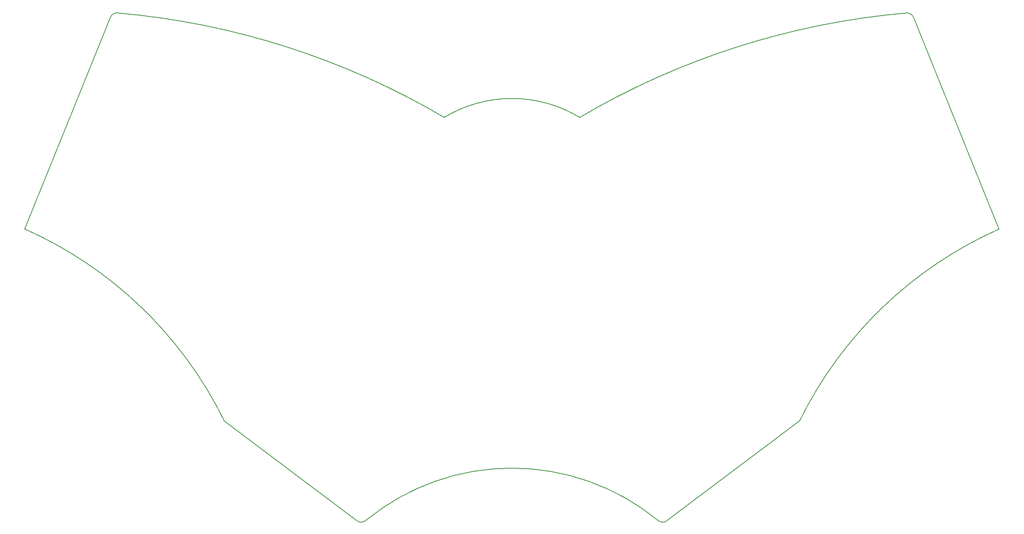
<source format=gbr>
G04 #@! TF.GenerationSoftware,KiCad,Pcbnew,(5.1.9-0-10_14)*
G04 #@! TF.CreationDate,2021-02-04T04:11:52-06:00*
G04 #@! TF.ProjectId,micro_redox_semi_split,6d696372-6f5f-4726-9564-6f785f73656d,rev?*
G04 #@! TF.SameCoordinates,Original*
G04 #@! TF.FileFunction,Profile,NP*
%FSLAX46Y46*%
G04 Gerber Fmt 4.6, Leading zero omitted, Abs format (unit mm)*
G04 Created by KiCad (PCBNEW (5.1.9-0-10_14)) date 2021-02-04 04:11:52*
%MOMM*%
%LPD*%
G01*
G04 APERTURE LIST*
G04 #@! TA.AperFunction,Profile*
%ADD10C,0.200000*%
G04 #@! TD*
G04 APERTURE END LIST*
D10*
X151106908Y-60764334D02*
G75*
G02*
X221727836Y-38179886I85082635J-144343944D01*
G01*
X104840836Y-147962746D02*
G75*
G02*
X168083401Y-147965817I31619420J-38357434D01*
G01*
X169940234Y-148006510D02*
G75*
G02*
X168083401Y-147965817I-902607J1198037D01*
G01*
X241746924Y-84911382D02*
X223248134Y-39112509D01*
X198646981Y-126378688D02*
G75*
G02*
X241746924Y-84911382I78729414J-38697039D01*
G01*
X221727834Y-38179883D02*
G75*
G02*
X223248134Y-39112509I129469J-1494404D01*
G01*
X49686641Y-39104105D02*
G75*
G02*
X51207026Y-38171624I1390776J-561908D01*
G01*
X198646981Y-126378687D02*
X169940232Y-148006510D01*
X51207026Y-38171625D02*
G75*
G02*
X121825767Y-60762913I-14477874J-166926993D01*
G01*
X121825764Y-60762907D02*
G75*
G02*
X151106912Y-60764328I14639403J-24132387D01*
G01*
X74279342Y-126372664D02*
X102983997Y-148003271D01*
X31183418Y-84901191D02*
X49686638Y-39104104D01*
X31183416Y-84901185D02*
G75*
G02*
X74279342Y-126372664I-35637233J-80160893D01*
G01*
X104840836Y-147962752D02*
G75*
G02*
X102983997Y-148003271I-954119J1157435D01*
G01*
M02*

</source>
